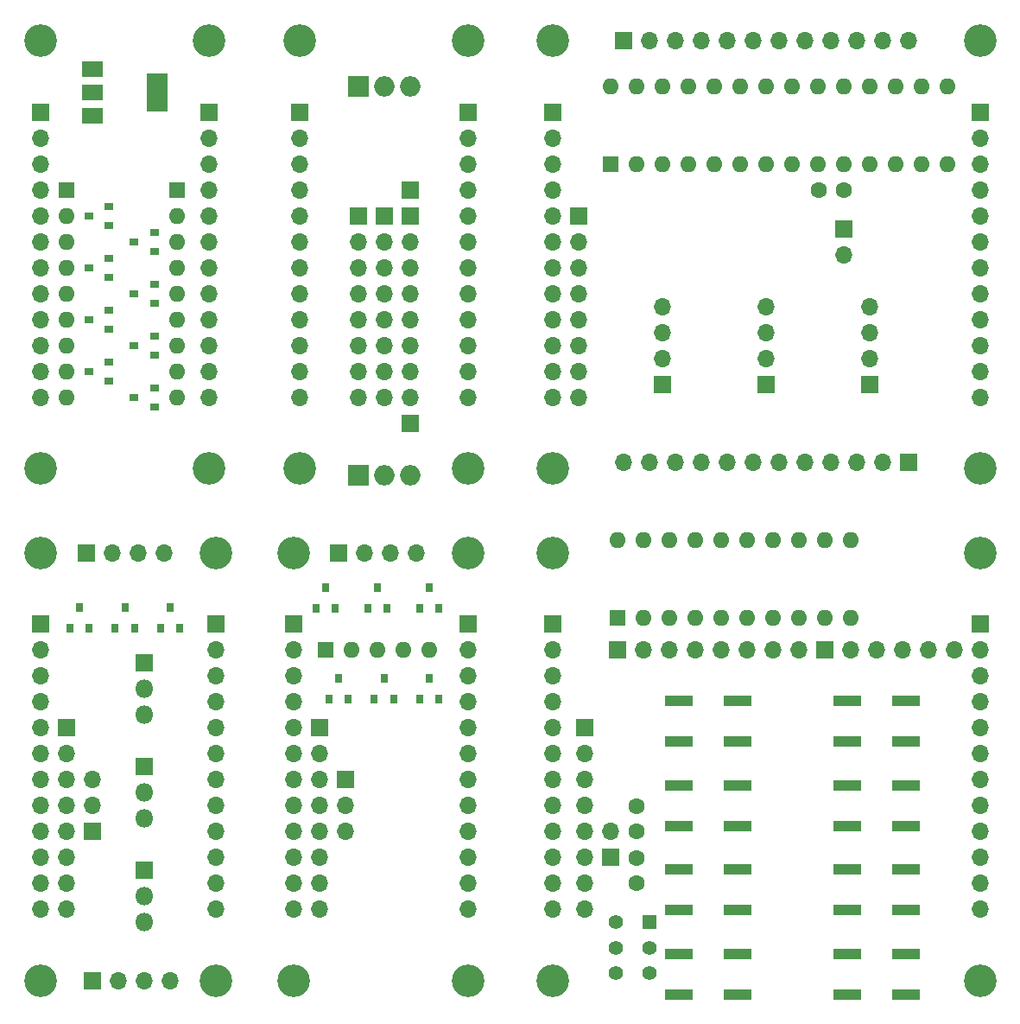
<source format=gbr>
G04 #@! TF.FileFunction,Soldermask,Top*
%FSLAX46Y46*%
G04 Gerber Fmt 4.6, Leading zero omitted, Abs format (unit mm)*
G04 Created by KiCad (PCBNEW 4.0.7+dfsg1-1~bpo9+1) date Wed May  2 15:36:30 2018*
%MOMM*%
%LPD*%
G01*
G04 APERTURE LIST*
%ADD10C,0.100000*%
%ADD11R,1.700000X1.700000*%
%ADD12O,1.700000X1.700000*%
%ADD13R,1.600000X1.600000*%
%ADD14O,1.600000X1.600000*%
%ADD15C,3.200000*%
%ADD16C,1.600000*%
%ADD17R,2.750000X1.000000*%
%ADD18R,1.400000X1.400000*%
%ADD19C,1.400000*%
%ADD20R,2.000000X3.800000*%
%ADD21R,2.000000X1.500000*%
%ADD22R,0.900000X0.800000*%
%ADD23O,1.998980X1.998980*%
%ADD24R,1.998980X1.998980*%
%ADD25R,0.800000X0.900000*%
%ADD26R,1.800000X1.800000*%
%ADD27O,1.800000X1.800000*%
G04 APERTURE END LIST*
D10*
D11*
X135255000Y-86360000D03*
D12*
X137795000Y-86360000D03*
X140335000Y-86360000D03*
X142875000Y-86360000D03*
X145415000Y-86360000D03*
X147955000Y-86360000D03*
X150495000Y-86360000D03*
X153035000Y-86360000D03*
X155575000Y-86360000D03*
X158115000Y-86360000D03*
X160655000Y-86360000D03*
X163195000Y-86360000D03*
D13*
X133985000Y-98425000D03*
D14*
X167005000Y-90805000D03*
X136525000Y-98425000D03*
X164465000Y-90805000D03*
X139065000Y-98425000D03*
X161925000Y-90805000D03*
X141605000Y-98425000D03*
X159385000Y-90805000D03*
X144145000Y-98425000D03*
X156845000Y-90805000D03*
X146685000Y-98425000D03*
X154305000Y-90805000D03*
X149225000Y-98425000D03*
X151765000Y-90805000D03*
X151765000Y-98425000D03*
X149225000Y-90805000D03*
X154305000Y-98425000D03*
X146685000Y-90805000D03*
X156845000Y-98425000D03*
X144145000Y-90805000D03*
X159385000Y-98425000D03*
X141605000Y-90805000D03*
X161925000Y-98425000D03*
X139065000Y-90805000D03*
X164465000Y-98425000D03*
X136525000Y-90805000D03*
X167005000Y-98425000D03*
X133985000Y-90805000D03*
D11*
X163195000Y-127635000D03*
D12*
X160655000Y-127635000D03*
X158115000Y-127635000D03*
X155575000Y-127635000D03*
X153035000Y-127635000D03*
X150495000Y-127635000D03*
X147955000Y-127635000D03*
X145415000Y-127635000D03*
X142875000Y-127635000D03*
X140335000Y-127635000D03*
X137795000Y-127635000D03*
X135255000Y-127635000D03*
D15*
X128270000Y-86360000D03*
X170180000Y-86360000D03*
X170180000Y-128270000D03*
X128270000Y-128270000D03*
D11*
X130810000Y-103505000D03*
D12*
X130810000Y-106045000D03*
X130810000Y-108585000D03*
X130810000Y-111125000D03*
X130810000Y-113665000D03*
X130810000Y-116205000D03*
X130810000Y-118745000D03*
X130810000Y-121285000D03*
D11*
X159385000Y-120015000D03*
D12*
X159385000Y-117475000D03*
X159385000Y-114935000D03*
X159385000Y-112395000D03*
D11*
X170180000Y-93345000D03*
D12*
X170180000Y-95885000D03*
X170180000Y-98425000D03*
X170180000Y-100965000D03*
X170180000Y-103505000D03*
X170180000Y-106045000D03*
X170180000Y-108585000D03*
X170180000Y-111125000D03*
X170180000Y-113665000D03*
X170180000Y-116205000D03*
X170180000Y-118745000D03*
X170180000Y-121285000D03*
D11*
X128270000Y-93345000D03*
D12*
X128270000Y-95885000D03*
X128270000Y-98425000D03*
X128270000Y-100965000D03*
X128270000Y-103505000D03*
X128270000Y-106045000D03*
X128270000Y-108585000D03*
X128270000Y-111125000D03*
X128270000Y-113665000D03*
X128270000Y-116205000D03*
X128270000Y-118745000D03*
X128270000Y-121285000D03*
D16*
X156845000Y-100965000D03*
X154345000Y-100965000D03*
D11*
X156845000Y-104775000D03*
D12*
X156845000Y-107315000D03*
D11*
X139065000Y-120015000D03*
D12*
X139065000Y-117475000D03*
X139065000Y-114935000D03*
X139065000Y-112395000D03*
D11*
X149225000Y-120015000D03*
D12*
X149225000Y-117475000D03*
X149225000Y-114935000D03*
X149225000Y-112395000D03*
D13*
X134620000Y-142875000D03*
D14*
X157480000Y-135255000D03*
X137160000Y-142875000D03*
X154940000Y-135255000D03*
X139700000Y-142875000D03*
X152400000Y-135255000D03*
X142240000Y-142875000D03*
X149860000Y-135255000D03*
X144780000Y-142875000D03*
X147320000Y-135255000D03*
X147320000Y-142875000D03*
X144780000Y-135255000D03*
X149860000Y-142875000D03*
X142240000Y-135255000D03*
X152400000Y-142875000D03*
X139700000Y-135255000D03*
X154940000Y-142875000D03*
X137160000Y-135255000D03*
X157480000Y-142875000D03*
X134620000Y-135255000D03*
D15*
X128270000Y-136525000D03*
X170180000Y-136525000D03*
X170180000Y-178435000D03*
X128270000Y-178435000D03*
D11*
X128270000Y-143510000D03*
D12*
X128270000Y-146050000D03*
X128270000Y-148590000D03*
X128270000Y-151130000D03*
X128270000Y-153670000D03*
X128270000Y-156210000D03*
X128270000Y-158750000D03*
X128270000Y-161290000D03*
X128270000Y-163830000D03*
X128270000Y-166370000D03*
X128270000Y-168910000D03*
X128270000Y-171450000D03*
D11*
X170180000Y-143510000D03*
D12*
X170180000Y-146050000D03*
X170180000Y-148590000D03*
X170180000Y-151130000D03*
X170180000Y-153670000D03*
X170180000Y-156210000D03*
X170180000Y-158750000D03*
X170180000Y-161290000D03*
X170180000Y-163830000D03*
X170180000Y-166370000D03*
X170180000Y-168910000D03*
X170180000Y-171450000D03*
D11*
X131445000Y-153670000D03*
D12*
X131445000Y-156210000D03*
X131445000Y-158750000D03*
X131445000Y-161290000D03*
X131445000Y-163830000D03*
X131445000Y-166370000D03*
X131445000Y-168910000D03*
X131445000Y-171450000D03*
D11*
X133985000Y-166370000D03*
D12*
X133985000Y-163830000D03*
D11*
X134620000Y-146050000D03*
D12*
X137160000Y-146050000D03*
X139700000Y-146050000D03*
X142240000Y-146050000D03*
X144780000Y-146050000D03*
X147320000Y-146050000D03*
X149860000Y-146050000D03*
X152400000Y-146050000D03*
D11*
X154940000Y-146050000D03*
D12*
X157480000Y-146050000D03*
X160020000Y-146050000D03*
X162560000Y-146050000D03*
X165100000Y-146050000D03*
X167640000Y-146050000D03*
D17*
X162900000Y-151035000D03*
X157140000Y-151035000D03*
X157140000Y-155035000D03*
X162900000Y-155035000D03*
X146390000Y-151035000D03*
X140630000Y-151035000D03*
X140630000Y-155035000D03*
X146390000Y-155035000D03*
X146390000Y-159290000D03*
X140630000Y-159290000D03*
X140630000Y-163290000D03*
X146390000Y-163290000D03*
X162900000Y-159290000D03*
X157140000Y-159290000D03*
X157140000Y-163290000D03*
X162900000Y-163290000D03*
X146390000Y-167545000D03*
X140630000Y-167545000D03*
X140630000Y-171545000D03*
X146390000Y-171545000D03*
X162900000Y-167545000D03*
X157140000Y-167545000D03*
X157140000Y-171545000D03*
X162900000Y-171545000D03*
X146390000Y-175800000D03*
X140630000Y-175800000D03*
X140630000Y-179800000D03*
X146390000Y-179800000D03*
X162900000Y-175800000D03*
X157140000Y-175800000D03*
X157140000Y-179800000D03*
X162900000Y-179800000D03*
D16*
X136525000Y-168910000D03*
X136525000Y-166410000D03*
X136525000Y-163830000D03*
X136525000Y-161330000D03*
D18*
X137795000Y-172720000D03*
D19*
X137795000Y-175220000D03*
X137795000Y-177720000D03*
X134495000Y-172720000D03*
X134495000Y-175220000D03*
X134495000Y-177720000D03*
D15*
X103505000Y-128270000D03*
X94615000Y-128270000D03*
X78105000Y-128270000D03*
X120015000Y-128270000D03*
X103505000Y-86360000D03*
X94615000Y-86360000D03*
X78105000Y-86360000D03*
X120015000Y-86360000D03*
D11*
X78105000Y-93345000D03*
D12*
X78105000Y-95885000D03*
X78105000Y-98425000D03*
X78105000Y-100965000D03*
X78105000Y-103505000D03*
X78105000Y-106045000D03*
X78105000Y-108585000D03*
X78105000Y-111125000D03*
X78105000Y-113665000D03*
X78105000Y-116205000D03*
X78105000Y-118745000D03*
X78105000Y-121285000D03*
D11*
X94615000Y-93345000D03*
D12*
X94615000Y-95885000D03*
X94615000Y-98425000D03*
X94615000Y-100965000D03*
X94615000Y-103505000D03*
X94615000Y-106045000D03*
X94615000Y-108585000D03*
X94615000Y-111125000D03*
X94615000Y-113665000D03*
X94615000Y-116205000D03*
X94615000Y-118745000D03*
X94615000Y-121285000D03*
D20*
X89510000Y-91440000D03*
D21*
X83210000Y-91440000D03*
X83210000Y-93740000D03*
X83210000Y-89140000D03*
D13*
X91440000Y-100965000D03*
D14*
X91440000Y-103505000D03*
X91440000Y-106045000D03*
X91440000Y-108585000D03*
X91440000Y-111125000D03*
X91440000Y-113665000D03*
X91440000Y-116205000D03*
X91440000Y-118745000D03*
X91440000Y-121285000D03*
D22*
X84820000Y-104455000D03*
X84820000Y-102555000D03*
X82820000Y-103505000D03*
X89265000Y-106995000D03*
X89265000Y-105095000D03*
X87265000Y-106045000D03*
X84820000Y-109535000D03*
X84820000Y-107635000D03*
X82820000Y-108585000D03*
X89265000Y-112075000D03*
X89265000Y-110175000D03*
X87265000Y-111125000D03*
X84820000Y-114615000D03*
X84820000Y-112715000D03*
X82820000Y-113665000D03*
X89265000Y-117155000D03*
X89265000Y-115255000D03*
X87265000Y-116205000D03*
X84820000Y-119695000D03*
X84820000Y-117795000D03*
X82820000Y-118745000D03*
X89265000Y-122235000D03*
X89265000Y-120335000D03*
X87265000Y-121285000D03*
D11*
X114300000Y-103505000D03*
D12*
X114300000Y-106045000D03*
X114300000Y-108585000D03*
X114300000Y-111125000D03*
X114300000Y-113665000D03*
X114300000Y-116205000D03*
X114300000Y-118745000D03*
X114300000Y-121285000D03*
D11*
X109220000Y-103505000D03*
D12*
X109220000Y-106045000D03*
X109220000Y-108585000D03*
X109220000Y-111125000D03*
X109220000Y-113665000D03*
X109220000Y-116205000D03*
X109220000Y-118745000D03*
X109220000Y-121285000D03*
D11*
X111760000Y-103505000D03*
D12*
X111760000Y-106045000D03*
X111760000Y-108585000D03*
X111760000Y-111125000D03*
X111760000Y-113665000D03*
X111760000Y-116205000D03*
X111760000Y-118745000D03*
X111760000Y-121285000D03*
D11*
X103505000Y-93345000D03*
D12*
X103505000Y-95885000D03*
X103505000Y-98425000D03*
X103505000Y-100965000D03*
X103505000Y-103505000D03*
X103505000Y-106045000D03*
X103505000Y-108585000D03*
X103505000Y-111125000D03*
X103505000Y-113665000D03*
X103505000Y-116205000D03*
X103505000Y-118745000D03*
X103505000Y-121285000D03*
D11*
X120015000Y-93345000D03*
D12*
X120015000Y-95885000D03*
X120015000Y-98425000D03*
X120015000Y-100965000D03*
X120015000Y-103505000D03*
X120015000Y-106045000D03*
X120015000Y-108585000D03*
X120015000Y-111125000D03*
X120015000Y-113665000D03*
X120015000Y-116205000D03*
X120015000Y-118745000D03*
X120015000Y-121285000D03*
D13*
X80645000Y-100965000D03*
D14*
X80645000Y-103505000D03*
X80645000Y-106045000D03*
X80645000Y-108585000D03*
X80645000Y-111125000D03*
X80645000Y-113665000D03*
X80645000Y-116205000D03*
X80645000Y-118745000D03*
X80645000Y-121285000D03*
D23*
X114300000Y-128905000D03*
D24*
X109220000Y-128905000D03*
D23*
X111760000Y-128905000D03*
D11*
X114300000Y-123825000D03*
X114300000Y-100965000D03*
D23*
X114300000Y-90805000D03*
D24*
X109220000Y-90805000D03*
D23*
X111760000Y-90805000D03*
D25*
X105095000Y-141970000D03*
X106995000Y-141970000D03*
X106045000Y-139970000D03*
D11*
X83185000Y-163830000D03*
D12*
X83185000Y-161290000D03*
X83185000Y-158750000D03*
D15*
X78105000Y-178435000D03*
X95250000Y-178435000D03*
X78105000Y-136525000D03*
X120015000Y-136525000D03*
X120015000Y-178435000D03*
X95250000Y-136525000D03*
X102870000Y-136525000D03*
X102870000Y-178435000D03*
D11*
X78105000Y-143510000D03*
D12*
X78105000Y-146050000D03*
X78105000Y-148590000D03*
X78105000Y-151130000D03*
X78105000Y-153670000D03*
X78105000Y-156210000D03*
X78105000Y-158750000D03*
X78105000Y-161290000D03*
X78105000Y-163830000D03*
X78105000Y-166370000D03*
X78105000Y-168910000D03*
X78105000Y-171450000D03*
D11*
X102870000Y-143510000D03*
D12*
X102870000Y-146050000D03*
X102870000Y-148590000D03*
X102870000Y-151130000D03*
X102870000Y-153670000D03*
X102870000Y-156210000D03*
X102870000Y-158750000D03*
X102870000Y-161290000D03*
X102870000Y-163830000D03*
X102870000Y-166370000D03*
X102870000Y-168910000D03*
X102870000Y-171450000D03*
D11*
X95250000Y-143510000D03*
D12*
X95250000Y-146050000D03*
X95250000Y-148590000D03*
X95250000Y-151130000D03*
X95250000Y-153670000D03*
X95250000Y-156210000D03*
X95250000Y-158750000D03*
X95250000Y-161290000D03*
X95250000Y-163830000D03*
X95250000Y-166370000D03*
X95250000Y-168910000D03*
X95250000Y-171450000D03*
D11*
X120015000Y-143510000D03*
D12*
X120015000Y-146050000D03*
X120015000Y-148590000D03*
X120015000Y-151130000D03*
X120015000Y-153670000D03*
X120015000Y-156210000D03*
X120015000Y-158750000D03*
X120015000Y-161290000D03*
X120015000Y-163830000D03*
X120015000Y-166370000D03*
X120015000Y-168910000D03*
X120015000Y-171450000D03*
D11*
X82550000Y-136525000D03*
D12*
X85090000Y-136525000D03*
X87630000Y-136525000D03*
X90170000Y-136525000D03*
D11*
X80645000Y-153670000D03*
D12*
X80645000Y-156210000D03*
X80645000Y-158750000D03*
X80645000Y-161290000D03*
X80645000Y-163830000D03*
X80645000Y-166370000D03*
X80645000Y-168910000D03*
X80645000Y-171450000D03*
D25*
X89855000Y-143875000D03*
X91755000Y-143875000D03*
X90805000Y-141875000D03*
X85410000Y-143875000D03*
X87310000Y-143875000D03*
X86360000Y-141875000D03*
X80965000Y-143875000D03*
X82865000Y-143875000D03*
X81915000Y-141875000D03*
D26*
X88265000Y-147320000D03*
D27*
X88265000Y-149860000D03*
X88265000Y-152400000D03*
D26*
X88265000Y-157480000D03*
D27*
X88265000Y-160020000D03*
X88265000Y-162560000D03*
D26*
X88265000Y-167640000D03*
D27*
X88265000Y-170180000D03*
X88265000Y-172720000D03*
D11*
X83185000Y-178435000D03*
D12*
X85725000Y-178435000D03*
X88265000Y-178435000D03*
X90805000Y-178435000D03*
D11*
X105410000Y-153670000D03*
D12*
X105410000Y-156210000D03*
X105410000Y-158750000D03*
X105410000Y-161290000D03*
X105410000Y-163830000D03*
X105410000Y-166370000D03*
X105410000Y-168910000D03*
X105410000Y-171450000D03*
D11*
X107950000Y-158750000D03*
D12*
X107950000Y-161290000D03*
X107950000Y-163830000D03*
D11*
X107315000Y-136525000D03*
D12*
X109855000Y-136525000D03*
X112395000Y-136525000D03*
X114935000Y-136525000D03*
D25*
X110175000Y-141970000D03*
X112075000Y-141970000D03*
X111125000Y-139970000D03*
X115255000Y-141970000D03*
X117155000Y-141970000D03*
X116205000Y-139970000D03*
D13*
X106045000Y-146050000D03*
D14*
X108585000Y-146050000D03*
X111125000Y-146050000D03*
X113665000Y-146050000D03*
X116205000Y-146050000D03*
D25*
X106365000Y-150860000D03*
X108265000Y-150860000D03*
X107315000Y-148860000D03*
X110810000Y-150860000D03*
X112710000Y-150860000D03*
X111760000Y-148860000D03*
X115255000Y-150860000D03*
X117155000Y-150860000D03*
X116205000Y-148860000D03*
M02*

</source>
